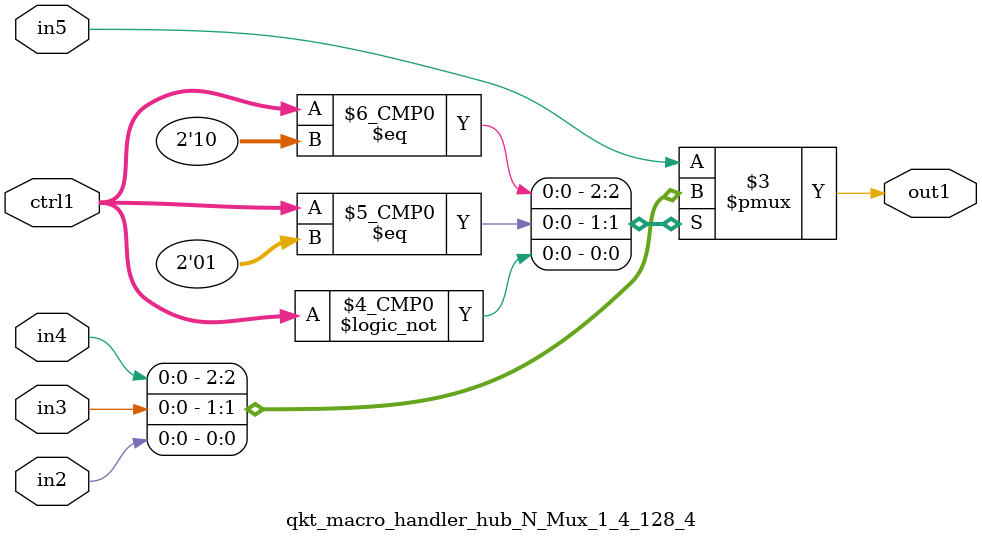
<source format=v>

`timescale 1ps / 1ps


module qkt_macro_handler_hub_N_Mux_1_4_128_4( in5, in4, in3, in2, ctrl1, out1 );

    input in5;
    input in4;
    input in3;
    input in2;
    input [1:0] ctrl1;
    output out1;
    reg out1;

    
    // rtl_process:qkt_macro_handler_hub_N_Mux_1_4_128_4/qkt_macro_handler_hub_N_Mux_1_4_128_4_thread_1
    always @*
      begin : qkt_macro_handler_hub_N_Mux_1_4_128_4_thread_1
        case (ctrl1) 
          2'd2: 
            begin
              out1 = in4;
            end
          2'd1: 
            begin
              out1 = in3;
            end
          2'd0: 
            begin
              out1 = in2;
            end
          default: 
            begin
              out1 = in5;
            end
        endcase
      end

endmodule



</source>
